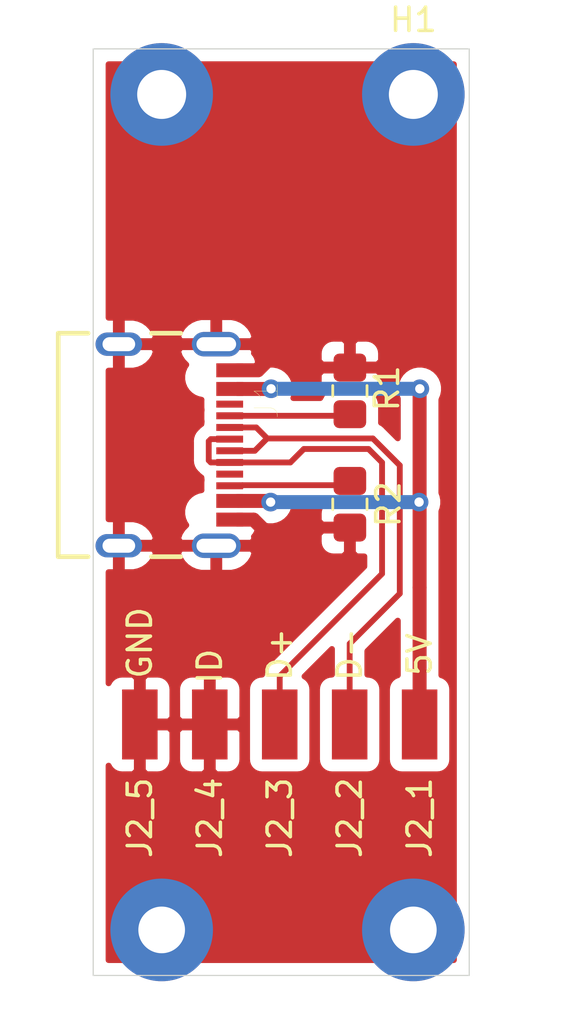
<source format=kicad_pcb>
(kicad_pcb (version 20171130) (host pcbnew "(5.1.10)-1")

  (general
    (thickness 1.6)
    (drawings 4)
    (tracks 48)
    (zones 0)
    (modules 12)
    (nets 9)
  )

  (page A4)
  (layers
    (0 F.Cu signal)
    (31 B.Cu signal)
    (32 B.Adhes user)
    (33 F.Adhes user)
    (34 B.Paste user)
    (35 F.Paste user)
    (36 B.SilkS user)
    (37 F.SilkS user)
    (38 B.Mask user)
    (39 F.Mask user)
    (40 Dwgs.User user)
    (41 Cmts.User user)
    (42 Eco1.User user)
    (43 Eco2.User user)
    (44 Edge.Cuts user)
    (45 Margin user)
    (46 B.CrtYd user)
    (47 F.CrtYd user)
    (48 B.Fab user)
    (49 F.Fab user)
  )

  (setup
    (last_trace_width 0.25)
    (user_trace_width 0.6)
    (trace_clearance 0.2)
    (zone_clearance 0.508)
    (zone_45_only no)
    (trace_min 0.2)
    (via_size 0.8)
    (via_drill 0.4)
    (via_min_size 0.4)
    (via_min_drill 0.3)
    (uvia_size 0.3)
    (uvia_drill 0.1)
    (uvias_allowed no)
    (uvia_min_size 0.2)
    (uvia_min_drill 0.1)
    (edge_width 0.05)
    (segment_width 0.2)
    (pcb_text_width 0.3)
    (pcb_text_size 1.5 1.5)
    (mod_edge_width 0.12)
    (mod_text_size 1 1)
    (mod_text_width 0.15)
    (pad_size 1.2 1.4)
    (pad_drill 0)
    (pad_to_mask_clearance 0)
    (aux_axis_origin 0 0)
    (grid_origin 130 51)
    (visible_elements 7FFFFFFF)
    (pcbplotparams
      (layerselection 0x0d0fc_ffffffff)
      (usegerberextensions false)
      (usegerberattributes true)
      (usegerberadvancedattributes true)
      (creategerberjobfile true)
      (excludeedgelayer true)
      (linewidth 0.100000)
      (plotframeref false)
      (viasonmask false)
      (mode 1)
      (useauxorigin false)
      (hpglpennumber 1)
      (hpglpenspeed 20)
      (hpglpendiameter 15.000000)
      (psnegative false)
      (psa4output false)
      (plotreference true)
      (plotvalue true)
      (plotinvisibletext false)
      (padsonsilk false)
      (subtractmaskfromsilk false)
      (outputformat 1)
      (mirror false)
      (drillshape 0)
      (scaleselection 1)
      (outputdirectory "Gerber/"))
  )

  (net 0 "")
  (net 1 "Net-(J1-PadB8)")
  (net 2 "Net-(J1-PadA5)")
  (net 3 "Net-(J1-PadA7)")
  (net 4 "Net-(J1-PadA6)")
  (net 5 "Net-(J1-PadA8)")
  (net 6 "Net-(J1-PadB5)")
  (net 7 GND)
  (net 8 "Net-(J1-PadA4/B9)")

  (net_class Default "This is the default net class."
    (clearance 0.2)
    (trace_width 0.25)
    (via_dia 0.8)
    (via_drill 0.4)
    (uvia_dia 0.3)
    (uvia_drill 0.1)
    (add_net GND)
    (add_net "Net-(J1-PadA4/B9)")
    (add_net "Net-(J1-PadA5)")
    (add_net "Net-(J1-PadA6)")
    (add_net "Net-(J1-PadA7)")
    (add_net "Net-(J1-PadA8)")
    (add_net "Net-(J1-PadB5)")
    (add_net "Net-(J1-PadB8)")
  )

  (module USB4105_REVA:GCT_USB4105_REVA locked (layer F.Cu) (tedit 60B58FCD) (tstamp 609120A9)
    (at 131.1 68.518 270)
    (path /60948E9E)
    (fp_text reference J1 (at -1.925 -6.335 270) (layer F.SilkS)
      (effects (font (size 1 1) (thickness 0.015)))
    )
    (fp_text value USB4105_REVA (at 5.06 3.665 270) (layer F.Fab)
      (effects (font (size 1 1) (thickness 0.015)))
    )
    (fp_text user PCB~EDGE (at 5.4 2.5 270) (layer F.Fab)
      (effects (font (size 0.32 0.32) (thickness 0.015)))
    )
    (fp_line (start 4.79 -2.65) (end 4.79 -1.4) (layer F.SilkS) (width 0.2))
    (fp_line (start -4.79 -2.65) (end -4.79 -1.4) (layer F.SilkS) (width 0.2))
    (fp_line (start 4.8 2.6) (end 8.4 2.6) (layer F.Fab) (width 0.1))
    (fp_line (start 5.1 -5.58) (end -5.1 -5.58) (layer F.CrtYd) (width 0.05))
    (fp_line (start 5.1 2.85) (end 5.1 -5.58) (layer F.CrtYd) (width 0.05))
    (fp_line (start -5.1 2.85) (end 5.1 2.85) (layer F.CrtYd) (width 0.05))
    (fp_line (start -5.1 -5.58) (end -5.1 2.85) (layer F.CrtYd) (width 0.05))
    (fp_line (start 4.79 2.6) (end 4.79 1.32) (layer F.SilkS) (width 0.2))
    (fp_line (start -4.79 2.6) (end 4.79 2.6) (layer F.SilkS) (width 0.2))
    (fp_line (start -4.79 1.32) (end -4.79 2.6) (layer F.SilkS) (width 0.2))
    (fp_line (start -4.79 2.6) (end -4.79 -4.93) (layer F.Fab) (width 0.1))
    (fp_line (start 4.79 2.6) (end -4.79 2.6) (layer F.Fab) (width 0.1))
    (fp_line (start 4.79 -4.93) (end 4.79 2.6) (layer F.Fab) (width 0.1))
    (fp_line (start -4.79 -4.93) (end 4.79 -4.93) (layer F.Fab) (width 0.1))
    (pad G1 thru_hole oval (at -4.32 0 270) (size 1 2) (drill oval 0.6 1.4) (layers *.Cu *.Mask)
      (net 7 GND))
    (pad G2 thru_hole oval (at 4.32 0 270) (size 1 2) (drill oval 0.6 1.4) (layers *.Cu *.Mask)
      (net 7 GND))
    (pad G3 thru_hole oval (at -4.32 -4.18 270) (size 1.05 2.1) (drill oval 0.6 1.7) (layers *.Cu *.Mask)
      (net 7 GND))
    (pad G4 thru_hole oval (at 4.32 -4.18 270) (size 1.05 2.1) (drill oval 0.6 1.7) (layers *.Cu *.Mask)
      (net 7 GND))
    (pad None np_thru_hole circle (at 2.89 -3.68 270) (size 0.65 0.65) (drill 0.65) (layers *.Cu *.Mask))
    (pad None np_thru_hole circle (at -2.89 -3.68 270) (size 0.65 0.65) (drill 0.65) (layers *.Cu *.Mask))
    (pad A1/B12 smd rect (at -3.2 -4.755 270) (size 0.6 1.15) (layers F.Cu F.Paste F.Mask)
      (net 7 GND))
    (pad B1/A12 smd rect (at 3.2 -4.755 270) (size 0.6 1.15) (layers F.Cu F.Paste F.Mask)
      (net 7 GND))
    (pad A4/B9 smd rect (at -2.4 -4.755 270) (size 0.6 1.15) (layers F.Cu F.Paste F.Mask)
      (net 8 "Net-(J1-PadA4/B9)"))
    (pad B4/A9 smd rect (at 2.4 -4.755 270) (size 0.6 1.15) (layers F.Cu F.Paste F.Mask)
      (net 8 "Net-(J1-PadA4/B9)"))
    (pad A7 smd rect (at 0.25 -4.755 270) (size 0.3 1.15) (layers F.Cu F.Paste F.Mask)
      (net 3 "Net-(J1-PadA7)"))
    (pad A6 smd rect (at -0.25 -4.755 270) (size 0.3 1.15) (layers F.Cu F.Paste F.Mask)
      (net 4 "Net-(J1-PadA6)"))
    (pad B6 smd rect (at 0.75 -4.755 270) (size 0.3 1.15) (layers F.Cu F.Paste F.Mask)
      (net 4 "Net-(J1-PadA6)"))
    (pad A8 smd rect (at 1.25 -4.755 270) (size 0.3 1.15) (layers F.Cu F.Paste F.Mask)
      (net 5 "Net-(J1-PadA8)"))
    (pad B5 smd rect (at 1.75 -4.755 270) (size 0.3 1.15) (layers F.Cu F.Paste F.Mask)
      (net 6 "Net-(J1-PadB5)"))
    (pad B7 smd rect (at -0.75 -4.755 270) (size 0.3 1.15) (layers F.Cu F.Paste F.Mask)
      (net 3 "Net-(J1-PadA7)"))
    (pad A5 smd rect (at -1.25 -4.755 270) (size 0.3 1.15) (layers F.Cu F.Paste F.Mask)
      (net 2 "Net-(J1-PadA5)"))
    (pad B8 smd rect (at -1.75 -4.755 270) (size 0.3 1.15) (layers F.Cu F.Paste F.Mask)
      (net 1 "Net-(J1-PadB8)"))
    (model ./USB4105.STEP
      (offset (xyz 0 1.5 0))
      (scale (xyz 1 1 1))
      (rotate (xyz -90 0 0))
    )
  )

  (module CustomPads:MountingHole_2.1mm_M2_Pad locked (layer F.Cu) (tedit 60A02A8E) (tstamp 6093AD2D)
    (at 132.937 53.4925)
    (descr "Mounting Hole 2.2mm, M2")
    (tags "mounting hole 2.2mm m2")
    (path /60944D3F)
    (zone_connect 2)
    (attr virtual)
    (fp_text reference H2 (at 0 -3.2) (layer F.SilkS) hide
      (effects (font (size 1 1) (thickness 0.15)))
    )
    (fp_text value MountingHole_Pad (at 0 3.2) (layer F.Fab)
      (effects (font (size 1 1) (thickness 0.15)))
    )
    (fp_circle (center 0 0) (end 2.45 0) (layer F.CrtYd) (width 0.05))
    (fp_circle (center 0 0) (end 2.2 0) (layer Cmts.User) (width 0.15))
    (fp_text user %R (at 0.3 0) (layer F.Fab) hide
      (effects (font (size 1 1) (thickness 0.15)))
    )
    (pad 1 thru_hole circle (at 0 0) (size 4.4 4.4) (drill 2.1) (layers *.Cu *.Mask)
      (net 7 GND) (zone_connect 2))
  )

  (module CustomPads:MountingHole_2.1mm_M2_Pad locked (layer F.Cu) (tedit 60A02A76) (tstamp 6093AD25)
    (at 143.732 53.4925)
    (descr "Mounting Hole 2.2mm, M2")
    (tags "mounting hole 2.2mm m2")
    (path /609434BD)
    (zone_connect 2)
    (attr virtual)
    (fp_text reference H1 (at 0 -3.2) (layer F.SilkS)
      (effects (font (size 1 1) (thickness 0.15)))
    )
    (fp_text value MountingHole_Pad (at 0 3.2) (layer F.Fab)
      (effects (font (size 1 1) (thickness 0.15)))
    )
    (fp_circle (center 0 0) (end 2.45 0) (layer F.CrtYd) (width 0.05))
    (fp_circle (center 0 0) (end 2.2 0) (layer Cmts.User) (width 0.15))
    (fp_text user %R (at 0.3 0) (layer F.Fab)
      (effects (font (size 1 1) (thickness 0.15)))
    )
    (pad 1 thru_hole circle (at 0 0) (size 4.4 4.4) (drill 2.1) (layers *.Cu *.Mask)
      (net 7 GND) (zone_connect 2))
  )

  (module CustomPads:MountingHole_2.1mm_M2_Pad locked (layer F.Cu) (tedit 60949189) (tstamp 6093AD3D)
    (at 143.732 89.3065)
    (descr "Mounting Hole 2.2mm, M2")
    (tags "mounting hole 2.2mm m2")
    (path /6094575F)
    (zone_connect 2)
    (attr virtual)
    (fp_text reference H4 (at 0 -3.2) (layer F.SilkS) hide
      (effects (font (size 1 1) (thickness 0.15)))
    )
    (fp_text value MountingHole_Pad (at 0 3.2) (layer F.Fab)
      (effects (font (size 1 1) (thickness 0.15)))
    )
    (fp_circle (center 0 0) (end 2.45 0) (layer F.CrtYd) (width 0.05))
    (fp_circle (center 0 0) (end 2.2 0) (layer Cmts.User) (width 0.15))
    (fp_text user %R (at 0.3 0) (layer F.Fab)
      (effects (font (size 1 1) (thickness 0.15)))
    )
    (pad 1 thru_hole circle (at 0 0) (size 4.4 4.4) (drill 2) (layers *.Cu *.Mask)
      (net 7 GND) (zone_connect 2))
  )

  (module CustomPads:MountingHole_2.1mm_M2_Pad locked (layer F.Cu) (tedit 60949189) (tstamp 6093AD35)
    (at 132.937 89.3065)
    (descr "Mounting Hole 2.2mm, M2")
    (tags "mounting hole 2.2mm m2")
    (path /609451F5)
    (zone_connect 2)
    (attr virtual)
    (fp_text reference H3 (at 0 -3.2) (layer F.SilkS) hide
      (effects (font (size 1 1) (thickness 0.15)))
    )
    (fp_text value MountingHole_Pad (at 0 3.2) (layer F.Fab)
      (effects (font (size 1 1) (thickness 0.15)))
    )
    (fp_circle (center 0 0) (end 2.45 0) (layer F.CrtYd) (width 0.05))
    (fp_circle (center 0 0) (end 2.2 0) (layer Cmts.User) (width 0.15))
    (fp_text user %R (at 0.3 0) (layer F.Fab)
      (effects (font (size 1 1) (thickness 0.15)))
    )
    (pad 1 thru_hole circle (at 0 0) (size 4.4 4.4) (drill 2) (layers *.Cu *.Mask)
      (net 7 GND) (zone_connect 2))
  )

  (module CustomPads:SolderPad1.5x3mm locked (layer F.Cu) (tedit 609333F7) (tstamp 609119F2)
    (at 130 79.5 90)
    (path /6090EF47)
    (attr smd)
    (fp_text reference J2_5 (at -5 2 90) (layer F.SilkS)
      (effects (font (size 1 1) (thickness 0.15)))
    )
    (fp_text value GND (at 2.5 2 90) (layer F.SilkS)
      (effects (font (size 1 1) (thickness 0.15)))
    )
    (fp_line (start -2.6 1.1) (end 0.6 1.1) (layer F.CrtYd) (width 0.12))
    (fp_line (start 0.6 1.1) (end 0.6 2.9) (layer F.CrtYd) (width 0.12))
    (fp_line (start 0.6 2.9) (end -2.6 2.9) (layer F.CrtYd) (width 0.12))
    (fp_line (start -2.6 2.9) (end -2.6 1.1) (layer F.CrtYd) (width 0.12))
    (pad 1 smd rect (at -1 2 90) (size 3 1.524) (layers F.Cu F.Paste F.Mask)
      (net 7 GND))
  )

  (module CustomPads:SolderPad1.5x3mm locked (layer F.Cu) (tedit 609333F7) (tstamp 6092625E)
    (at 133 79.5 90)
    (path /6092112A)
    (attr smd)
    (fp_text reference J2_4 (at -5 2 90) (layer F.SilkS)
      (effects (font (size 1 1) (thickness 0.15)))
    )
    (fp_text value ID (at 1.5 2 90) (layer F.SilkS)
      (effects (font (size 1 1) (thickness 0.15)))
    )
    (fp_line (start -2.6 1.1) (end 0.6 1.1) (layer F.CrtYd) (width 0.12))
    (fp_line (start 0.6 1.1) (end 0.6 2.9) (layer F.CrtYd) (width 0.12))
    (fp_line (start 0.6 2.9) (end -2.6 2.9) (layer F.CrtYd) (width 0.12))
    (fp_line (start -2.6 2.9) (end -2.6 1.1) (layer F.CrtYd) (width 0.12))
    (pad 1 smd rect (at -1 2 90) (size 3 1.524) (layers F.Cu F.Paste F.Mask)
      (net 7 GND))
  )

  (module CustomPads:SolderPad1.5x3mm locked (layer F.Cu) (tedit 609333F7) (tstamp 609119D4)
    (at 140 81.5 270)
    (path /6090E936)
    (attr smd)
    (fp_text reference J2_3 (at 3 2 90) (layer F.SilkS)
      (effects (font (size 1 1) (thickness 0.15)))
    )
    (fp_text value D+ (at -4 2 90) (layer F.SilkS)
      (effects (font (size 1 1) (thickness 0.15)))
    )
    (fp_line (start -2.6 1.1) (end 0.6 1.1) (layer F.CrtYd) (width 0.12))
    (fp_line (start 0.6 1.1) (end 0.6 2.9) (layer F.CrtYd) (width 0.12))
    (fp_line (start 0.6 2.9) (end -2.6 2.9) (layer F.CrtYd) (width 0.12))
    (fp_line (start -2.6 2.9) (end -2.6 1.1) (layer F.CrtYd) (width 0.12))
    (pad 1 smd rect (at -1 2 270) (size 3 1.524) (layers F.Cu F.Paste F.Mask)
      (net 4 "Net-(J1-PadA6)"))
  )

  (module CustomPads:SolderPad1.5x3mm locked (layer F.Cu) (tedit 609333F7) (tstamp 609119B6)
    (at 139 79.5 90)
    (path /6090E049)
    (attr smd)
    (fp_text reference J2_2 (at -5 2 90) (layer F.SilkS)
      (effects (font (size 1 1) (thickness 0.15)))
    )
    (fp_text value D- (at 2 2 90) (layer F.SilkS)
      (effects (font (size 1 1) (thickness 0.15)))
    )
    (fp_line (start -2.6 1.1) (end 0.6 1.1) (layer F.CrtYd) (width 0.12))
    (fp_line (start 0.6 1.1) (end 0.6 2.9) (layer F.CrtYd) (width 0.12))
    (fp_line (start 0.6 2.9) (end -2.6 2.9) (layer F.CrtYd) (width 0.12))
    (fp_line (start -2.6 2.9) (end -2.6 1.1) (layer F.CrtYd) (width 0.12))
    (pad 1 smd rect (at -1 2 90) (size 3 1.524) (layers F.Cu F.Paste F.Mask)
      (net 3 "Net-(J1-PadA7)"))
  )

  (module CustomPads:SolderPad1.5x3mm locked (layer F.Cu) (tedit 60936A08) (tstamp 60911998)
    (at 146 81.5 270)
    (path /6090D8C8)
    (attr smd)
    (fp_text reference J2_1 (at 3 2 90) (layer F.SilkS)
      (effects (font (size 1 1) (thickness 0.15)))
    )
    (fp_text value 5V (at -4 2 90) (layer F.SilkS)
      (effects (font (size 1 1) (thickness 0.15)))
    )
    (fp_line (start -2.6 1.1) (end 0.6 1.1) (layer F.CrtYd) (width 0.12))
    (fp_line (start 0.6 1.1) (end 0.6 2.9) (layer F.CrtYd) (width 0.12))
    (fp_line (start 0.6 2.9) (end -2.6 2.9) (layer F.CrtYd) (width 0.12))
    (fp_line (start -2.6 2.9) (end -2.6 1.1) (layer F.CrtYd) (width 0.12))
    (pad 1 smd rect (at -1 2 270) (size 3 1.524) (layers F.Cu F.Paste F.Mask)
      (net 8 "Net-(J1-PadA4/B9)"))
  )

  (module Resistor_SMD:R_0805_2012Metric_Pad1.20x1.40mm_HandSolder (layer F.Cu) (tedit 5F68FEEE) (tstamp 60911A14)
    (at 141.01 71.06 270)
    (descr "Resistor SMD 0805 (2012 Metric), square (rectangular) end terminal, IPC_7351 nominal with elongated pad for handsoldering. (Body size source: IPC-SM-782 page 72, https://www.pcb-3d.com/wordpress/wp-content/uploads/ipc-sm-782a_amendment_1_and_2.pdf), generated with kicad-footprint-generator")
    (tags "resistor handsolder")
    (path /60911633)
    (attr smd)
    (fp_text reference R2 (at 0 -1.65 90) (layer F.SilkS)
      (effects (font (size 1 1) (thickness 0.15)))
    )
    (fp_text value "5.1 KΩ" (at 0 1.65 90) (layer F.Fab)
      (effects (font (size 1 1) (thickness 0.15)))
    )
    (fp_line (start -1 0.625) (end -1 -0.625) (layer F.Fab) (width 0.1))
    (fp_line (start -1 -0.625) (end 1 -0.625) (layer F.Fab) (width 0.1))
    (fp_line (start 1 -0.625) (end 1 0.625) (layer F.Fab) (width 0.1))
    (fp_line (start 1 0.625) (end -1 0.625) (layer F.Fab) (width 0.1))
    (fp_line (start -0.227064 -0.735) (end 0.227064 -0.735) (layer F.SilkS) (width 0.12))
    (fp_line (start -0.227064 0.735) (end 0.227064 0.735) (layer F.SilkS) (width 0.12))
    (fp_line (start -1.85 0.95) (end -1.85 -0.95) (layer F.CrtYd) (width 0.05))
    (fp_line (start -1.85 -0.95) (end 1.85 -0.95) (layer F.CrtYd) (width 0.05))
    (fp_line (start 1.85 -0.95) (end 1.85 0.95) (layer F.CrtYd) (width 0.05))
    (fp_line (start 1.85 0.95) (end -1.85 0.95) (layer F.CrtYd) (width 0.05))
    (pad 2 smd roundrect (at 1 0 270) (size 1.2 1.4) (layers F.Cu F.Paste F.Mask) (roundrect_rratio 0.2083325)
      (net 7 GND))
    (pad 1 smd roundrect (at -1 0 270) (size 1.2 1.4) (layers F.Cu F.Paste F.Mask) (roundrect_rratio 0.2083325)
      (net 6 "Net-(J1-PadB5)"))
    (model ${KISYS3DMOD}/Resistor_SMD.3dshapes/R_0805_2012Metric.wrl
      (at (xyz 0 0 0))
      (scale (xyz 1 1 1))
      (rotate (xyz 0 0 0))
    )
  )

  (module Resistor_SMD:R_0805_2012Metric_Pad1.20x1.40mm_HandSolder (layer F.Cu) (tedit 5F68FEEE) (tstamp 60911A03)
    (at 141.01 66.2 90)
    (descr "Resistor SMD 0805 (2012 Metric), square (rectangular) end terminal, IPC_7351 nominal with elongated pad for handsoldering. (Body size source: IPC-SM-782 page 72, https://www.pcb-3d.com/wordpress/wp-content/uploads/ipc-sm-782a_amendment_1_and_2.pdf), generated with kicad-footprint-generator")
    (tags "resistor handsolder")
    (path /60910E8C)
    (attr smd)
    (fp_text reference R1 (at 0.11 1.59 90) (layer F.SilkS)
      (effects (font (size 1 1) (thickness 0.15)))
    )
    (fp_text value "5.1 K Ω" (at 0 1.65 90) (layer F.Fab)
      (effects (font (size 1 1) (thickness 0.15)))
    )
    (fp_line (start -1 0.625) (end -1 -0.625) (layer F.Fab) (width 0.1))
    (fp_line (start -1 -0.625) (end 1 -0.625) (layer F.Fab) (width 0.1))
    (fp_line (start 1 -0.625) (end 1 0.625) (layer F.Fab) (width 0.1))
    (fp_line (start 1 0.625) (end -1 0.625) (layer F.Fab) (width 0.1))
    (fp_line (start -0.227064 -0.735) (end 0.227064 -0.735) (layer F.SilkS) (width 0.12))
    (fp_line (start -0.227064 0.735) (end 0.227064 0.735) (layer F.SilkS) (width 0.12))
    (fp_line (start -1.85 0.95) (end -1.85 -0.95) (layer F.CrtYd) (width 0.05))
    (fp_line (start -1.85 -0.95) (end 1.85 -0.95) (layer F.CrtYd) (width 0.05))
    (fp_line (start 1.85 -0.95) (end 1.85 0.95) (layer F.CrtYd) (width 0.05))
    (fp_line (start 1.85 0.95) (end -1.85 0.95) (layer F.CrtYd) (width 0.05))
    (fp_text user %R (at 0 0 90) (layer F.Fab)
      (effects (font (size 0.5 0.5) (thickness 0.08)))
    )
    (pad 2 smd roundrect (at 1 0 90) (size 1.2 1.4) (layers F.Cu F.Paste F.Mask) (roundrect_rratio 0.2083325)
      (net 7 GND))
    (pad 1 smd roundrect (at -1 0 90) (size 1.2 1.4) (layers F.Cu F.Paste F.Mask) (roundrect_rratio 0.2083325)
      (net 2 "Net-(J1-PadA5)"))
    (model ${KISYS3DMOD}/Resistor_SMD.3dshapes/R_0805_2012Metric.wrl
      (at (xyz 0 0 0))
      (scale (xyz 1 1 1))
      (rotate (xyz 0 0 0))
    )
  )

  (gr_line (start 146.129 51.54) (end 146.129 91.259) (layer Edge.Cuts) (width 0.05) (tstamp 60939FB1))
  (gr_line (start 130 91.259) (end 146.129 91.259) (layer Edge.Cuts) (width 0.05))
  (gr_line (start 130 51.54) (end 146.129 51.54) (layer Edge.Cuts) (width 0.05))
  (gr_line (start 130 51.54) (end 130 91.259) (layer Edge.Cuts) (width 0.05))

  (segment (start 140.942 67.268) (end 136.185 67.268) (width 0.25) (layer F.Cu) (net 2))
  (segment (start 141.01 67.2) (end 140.942 67.268) (width 0.25) (layer F.Cu) (net 2))
  (segment (start 136.995002 67.768) (end 136.185 67.768) (width 0.25) (layer F.Cu) (net 3))
  (segment (start 137.467002 68.24) (end 136.995002 67.768) (width 0.25) (layer F.Cu) (net 3))
  (segment (start 137.46 68.24) (end 136.932 68.768) (width 0.25) (layer F.Cu) (net 3))
  (segment (start 136.932 68.768) (end 136.185 68.768) (width 0.25) (layer F.Cu) (net 3))
  (segment (start 137.467002 68.24) (end 137.46 68.24) (width 0.25) (layer F.Cu) (net 3))
  (segment (start 141 77.04) (end 141 80.5) (width 0.25) (layer F.Cu) (net 3))
  (segment (start 143.15 74.89) (end 141 77.04) (width 0.25) (layer F.Cu) (net 3))
  (segment (start 141.99641 68.24) (end 143.15 69.39359) (width 0.25) (layer F.Cu) (net 3))
  (segment (start 137.467002 68.24) (end 141.99641 68.24) (width 0.25) (layer F.Cu) (net 3))
  (segment (start 143.15 74.89) (end 143.15 69.39359) (width 0.25) (layer F.Cu) (net 3))
  (segment (start 142.39 69.27) (end 141.81001 68.69001) (width 0.25) (layer F.Cu) (net 4))
  (segment (start 138 78.43) (end 142.39 74.04) (width 0.25) (layer F.Cu) (net 4))
  (segment (start 141.81001 68.69001) (end 139.03599 68.69001) (width 0.25) (layer F.Cu) (net 4))
  (segment (start 138 80.5) (end 138 78.43) (width 0.25) (layer F.Cu) (net 4))
  (segment (start 139.03599 68.69001) (end 138.458 69.268) (width 0.25) (layer F.Cu) (net 4))
  (segment (start 136.185 69.268) (end 138.458 69.268) (width 0.25) (layer F.Cu) (net 4))
  (segment (start 142.39 74.04) (end 142.39 69.27) (width 0.25) (layer F.Cu) (net 4))
  (segment (start 135.044998 68.268) (end 135.855 68.268) (width 0.25) (layer F.Cu) (net 4))
  (segment (start 134.954999 68.357999) (end 135.044998 68.268) (width 0.25) (layer F.Cu) (net 4))
  (segment (start 134.954999 69.178001) (end 134.954999 68.357999) (width 0.25) (layer F.Cu) (net 4))
  (segment (start 135.044998 69.268) (end 134.954999 69.178001) (width 0.25) (layer F.Cu) (net 4))
  (segment (start 135.855 69.268) (end 135.044998 69.268) (width 0.25) (layer F.Cu) (net 4))
  (segment (start 136.396999 70.243001) (end 140.826999 70.243001) (width 0.25) (layer F.Cu) (net 6))
  (segment (start 140.826999 70.243001) (end 141.01 70.06) (width 0.25) (layer F.Cu) (net 6))
  (segment (start 136.372 70.268) (end 136.396999 70.243001) (width 0.25) (layer F.Cu) (net 6))
  (segment (start 136.185 70.268) (end 136.372 70.268) (width 0.25) (layer F.Cu) (net 6))
  (segment (start 136.192 71.56) (end 136.185 71.553) (width 0.25) (layer F.Cu) (net 7))
  (segment (start 136.185 65.318) (end 137.062 65.318) (width 0.6) (layer F.Cu) (net 7))
  (segment (start 137.062 65.318) (end 137.66 64.72) (width 0.6) (layer F.Cu) (net 7))
  (segment (start 136.185 71.718) (end 136.878 71.718) (width 0.6) (layer F.Cu) (net 7))
  (segment (start 136.878 71.718) (end 137.83 72.67) (width 0.6) (layer F.Cu) (net 7))
  (segment (start 144 74.63) (end 143.91 74.54) (width 0.25) (layer F.Cu) (net 8))
  (segment (start 144 80.5) (end 144 74.63) (width 0.6) (layer F.Cu) (net 8))
  (via (at 137.61 70.968001) (size 0.8) (drill 0.4) (layers F.Cu B.Cu) (net 8))
  (segment (start 137.648001 70.968001) (end 137.61 70.968001) (width 0.6) (layer B.Cu) (net 8))
  (segment (start 137.559999 70.918) (end 137.61 70.968001) (width 0.6) (layer F.Cu) (net 8))
  (segment (start 136.185 70.918) (end 137.559999 70.918) (width 0.6) (layer F.Cu) (net 8))
  (via (at 144.01 66.11) (size 0.8) (drill 0.4) (layers F.Cu B.Cu) (net 8))
  (segment (start 144.01 66.11) (end 137.63 66.11) (width 0.6) (layer B.Cu) (net 8))
  (via (at 137.63 66.11) (size 0.8) (drill 0.4) (layers F.Cu B.Cu) (net 8))
  (segment (start 137.622 66.118) (end 137.63 66.11) (width 0.6) (layer F.Cu) (net 8))
  (segment (start 136.185 66.118) (end 137.622 66.118) (width 0.6) (layer F.Cu) (net 8))
  (segment (start 137.61 70.968001) (end 143.978001 70.968001) (width 0.6) (layer B.Cu) (net 8))
  (via (at 143.978001 70.968001) (size 0.8) (drill 0.4) (layers F.Cu B.Cu) (net 8))
  (segment (start 144 66.12) (end 144.01 66.11) (width 0.6) (layer F.Cu) (net 8))
  (segment (start 144 74.63) (end 144 66.12) (width 0.6) (layer F.Cu) (net 8))

  (zone (net 7) (net_name GND) (layer F.Cu) (tstamp 60A2F3E4) (hatch edge 0.508)
    (connect_pads (clearance 0.508))
    (min_thickness 0.254)
    (fill yes (arc_segments 32) (thermal_gap 0.508) (thermal_bridge_width 0.508))
    (polygon
      (pts
        (xy 146.13 91.27) (xy 146.11 91.26) (xy 146.12 91.26) (xy 130 91.25) (xy 130 51.54)
        (xy 146.13 51.54)
      )
    )
    (filled_polygon
      (pts
        (xy 145.469001 90.599) (xy 130.66 90.599) (xy 130.66 82.265698) (xy 130.707463 82.354494) (xy 130.786815 82.451185)
        (xy 130.883506 82.530537) (xy 130.99382 82.589502) (xy 131.113518 82.625812) (xy 131.238 82.638072) (xy 131.71425 82.635)
        (xy 131.873 82.47625) (xy 131.873 80.627) (xy 132.127 80.627) (xy 132.127 82.47625) (xy 132.28575 82.635)
        (xy 132.762 82.638072) (xy 132.886482 82.625812) (xy 133.00618 82.589502) (xy 133.116494 82.530537) (xy 133.213185 82.451185)
        (xy 133.292537 82.354494) (xy 133.351502 82.24418) (xy 133.387812 82.124482) (xy 133.400072 82) (xy 133.599928 82)
        (xy 133.612188 82.124482) (xy 133.648498 82.24418) (xy 133.707463 82.354494) (xy 133.786815 82.451185) (xy 133.883506 82.530537)
        (xy 133.99382 82.589502) (xy 134.113518 82.625812) (xy 134.238 82.638072) (xy 134.71425 82.635) (xy 134.873 82.47625)
        (xy 134.873 80.627) (xy 135.127 80.627) (xy 135.127 82.47625) (xy 135.28575 82.635) (xy 135.762 82.638072)
        (xy 135.886482 82.625812) (xy 136.00618 82.589502) (xy 136.116494 82.530537) (xy 136.213185 82.451185) (xy 136.292537 82.354494)
        (xy 136.351502 82.24418) (xy 136.387812 82.124482) (xy 136.400072 82) (xy 136.397 80.78575) (xy 136.23825 80.627)
        (xy 135.127 80.627) (xy 134.873 80.627) (xy 133.76175 80.627) (xy 133.603 80.78575) (xy 133.599928 82)
        (xy 133.400072 82) (xy 133.397 80.78575) (xy 133.23825 80.627) (xy 132.127 80.627) (xy 131.873 80.627)
        (xy 131.853 80.627) (xy 131.853 80.373) (xy 131.873 80.373) (xy 131.873 78.52375) (xy 132.127 78.52375)
        (xy 132.127 80.373) (xy 133.23825 80.373) (xy 133.397 80.21425) (xy 133.400072 79) (xy 133.599928 79)
        (xy 133.603 80.21425) (xy 133.76175 80.373) (xy 134.873 80.373) (xy 134.873 78.52375) (xy 135.127 78.52375)
        (xy 135.127 80.373) (xy 136.23825 80.373) (xy 136.397 80.21425) (xy 136.400072 79) (xy 136.387812 78.875518)
        (xy 136.351502 78.75582) (xy 136.292537 78.645506) (xy 136.213185 78.548815) (xy 136.116494 78.469463) (xy 136.00618 78.410498)
        (xy 135.886482 78.374188) (xy 135.762 78.361928) (xy 135.28575 78.365) (xy 135.127 78.52375) (xy 134.873 78.52375)
        (xy 134.71425 78.365) (xy 134.238 78.361928) (xy 134.113518 78.374188) (xy 133.99382 78.410498) (xy 133.883506 78.469463)
        (xy 133.786815 78.548815) (xy 133.707463 78.645506) (xy 133.648498 78.75582) (xy 133.612188 78.875518) (xy 133.599928 79)
        (xy 133.400072 79) (xy 133.387812 78.875518) (xy 133.351502 78.75582) (xy 133.292537 78.645506) (xy 133.213185 78.548815)
        (xy 133.116494 78.469463) (xy 133.00618 78.410498) (xy 132.886482 78.374188) (xy 132.762 78.361928) (xy 132.28575 78.365)
        (xy 132.127 78.52375) (xy 131.873 78.52375) (xy 131.71425 78.365) (xy 131.238 78.361928) (xy 131.113518 78.374188)
        (xy 130.99382 78.410498) (xy 130.883506 78.469463) (xy 130.786815 78.548815) (xy 130.707463 78.645506) (xy 130.66 78.734302)
        (xy 130.66 73.973) (xy 130.973 73.973) (xy 130.973 72.965) (xy 131.227 72.965) (xy 131.227 73.973)
        (xy 131.727 73.973) (xy 131.945987 73.926415) (xy 132.151678 73.838003) (xy 132.336169 73.711161) (xy 132.492369 73.550764)
        (xy 132.614276 73.362976) (xy 132.69271 73.14381) (xy 133.636036 73.14381) (xy 133.719937 73.376864) (xy 133.844953 73.568441)
        (xy 134.004941 73.731947) (xy 134.193754 73.861099) (xy 134.404135 73.950934) (xy 134.628 73.998) (xy 135.153 73.998)
        (xy 135.153 72.965) (xy 135.407 72.965) (xy 135.407 73.998) (xy 135.932 73.998) (xy 136.155865 73.950934)
        (xy 136.366246 73.861099) (xy 136.555059 73.731947) (xy 136.715047 73.568441) (xy 136.840063 73.376864) (xy 136.923964 73.14381)
        (xy 136.798163 72.965) (xy 135.407 72.965) (xy 135.153 72.965) (xy 133.761837 72.965) (xy 133.636036 73.14381)
        (xy 132.69271 73.14381) (xy 132.694119 73.139874) (xy 132.567954 72.965) (xy 131.227 72.965) (xy 130.973 72.965)
        (xy 130.953 72.965) (xy 130.953 72.711) (xy 130.973 72.711) (xy 130.973 71.703) (xy 131.227 71.703)
        (xy 131.227 72.711) (xy 132.567954 72.711) (xy 132.694119 72.536126) (xy 132.614276 72.313024) (xy 132.492369 72.125236)
        (xy 132.336169 71.964839) (xy 132.151678 71.837997) (xy 131.945987 71.749585) (xy 131.727 71.703) (xy 131.227 71.703)
        (xy 130.973 71.703) (xy 130.66 71.703) (xy 130.66 65.333) (xy 130.973 65.333) (xy 130.973 64.325)
        (xy 131.227 64.325) (xy 131.227 65.333) (xy 131.727 65.333) (xy 131.945987 65.286415) (xy 132.151678 65.198003)
        (xy 132.336169 65.071161) (xy 132.492369 64.910764) (xy 132.614276 64.722976) (xy 132.69271 64.50381) (xy 133.636036 64.50381)
        (xy 133.719937 64.736864) (xy 133.844953 64.928441) (xy 133.992258 65.078985) (xy 133.929259 65.173269) (xy 133.856892 65.347978)
        (xy 133.82 65.533448) (xy 133.82 65.722552) (xy 133.856892 65.908022) (xy 133.929259 66.082731) (xy 134.034319 66.239964)
        (xy 134.168036 66.373681) (xy 134.325269 66.478741) (xy 134.499978 66.551108) (xy 134.645662 66.580086) (xy 134.641928 66.618)
        (xy 134.641928 66.918) (xy 134.651777 67.018) (xy 134.641928 67.118) (xy 134.641928 67.418) (xy 134.651777 67.518)
        (xy 134.641928 67.618) (xy 134.641928 67.621691) (xy 134.620722 67.633026) (xy 134.504997 67.727999) (xy 134.481194 67.757003)
        (xy 134.443997 67.7942) (xy 134.414999 67.817998) (xy 134.391201 67.846996) (xy 134.3912 67.846997) (xy 134.320025 67.933723)
        (xy 134.249453 68.065753) (xy 134.233605 68.118) (xy 134.205997 68.209013) (xy 134.194999 68.320666) (xy 134.194999 68.320677)
        (xy 134.191323 68.357999) (xy 134.194999 68.395321) (xy 134.194999 69.140679) (xy 134.191323 69.178001) (xy 134.194999 69.215323)
        (xy 134.194999 69.215333) (xy 134.205996 69.326986) (xy 134.243314 69.45001) (xy 134.249453 69.470247) (xy 134.320025 69.602277)
        (xy 134.35987 69.650827) (xy 134.414998 69.718002) (xy 134.444002 69.741805) (xy 134.481194 69.778997) (xy 134.504997 69.808001)
        (xy 134.620722 69.902974) (xy 134.641928 69.914309) (xy 134.641928 69.918) (xy 134.651777 70.018) (xy 134.641928 70.118)
        (xy 134.641928 70.418) (xy 134.645662 70.455914) (xy 134.499978 70.484892) (xy 134.325269 70.557259) (xy 134.168036 70.662319)
        (xy 134.034319 70.796036) (xy 133.929259 70.953269) (xy 133.856892 71.127978) (xy 133.82 71.313448) (xy 133.82 71.502552)
        (xy 133.856892 71.688022) (xy 133.929259 71.862731) (xy 133.992258 71.957015) (xy 133.844953 72.107559) (xy 133.719937 72.299136)
        (xy 133.636036 72.53219) (xy 133.761837 72.711) (xy 135.153 72.711) (xy 135.153 72.691) (xy 135.407 72.691)
        (xy 135.407 72.711) (xy 136.798163 72.711) (xy 136.834043 72.66) (xy 139.671928 72.66) (xy 139.684188 72.784482)
        (xy 139.720498 72.90418) (xy 139.779463 73.014494) (xy 139.858815 73.111185) (xy 139.955506 73.190537) (xy 140.06582 73.249502)
        (xy 140.185518 73.285812) (xy 140.31 73.298072) (xy 140.72425 73.295) (xy 140.883 73.13625) (xy 140.883 72.187)
        (xy 139.83375 72.187) (xy 139.675 72.34575) (xy 139.671928 72.66) (xy 136.834043 72.66) (xy 136.923964 72.53219)
        (xy 136.895154 72.452164) (xy 136.960537 72.372494) (xy 137.019502 72.26218) (xy 137.055812 72.142482) (xy 137.068072 72.018)
        (xy 137.065 72.00375) (xy 136.91425 71.853) (xy 137.071544 71.853) (xy 137.119744 71.885206) (xy 137.308102 71.963227)
        (xy 137.508061 72.003001) (xy 137.711939 72.003001) (xy 137.911898 71.963227) (xy 138.100256 71.885206) (xy 138.269774 71.771938)
        (xy 138.413937 71.627775) (xy 138.527205 71.458257) (xy 138.605226 71.269899) (xy 138.645 71.06994) (xy 138.645 71.003001)
        (xy 139.865899 71.003001) (xy 139.858815 71.008815) (xy 139.779463 71.105506) (xy 139.720498 71.21582) (xy 139.684188 71.335518)
        (xy 139.671928 71.46) (xy 139.675 71.77425) (xy 139.83375 71.933) (xy 140.883 71.933) (xy 140.883 71.913)
        (xy 141.137 71.913) (xy 141.137 71.933) (xy 141.157 71.933) (xy 141.157 72.187) (xy 141.137 72.187)
        (xy 141.137 73.13625) (xy 141.29575 73.295) (xy 141.63 73.297479) (xy 141.63 73.725198) (xy 137.488998 77.866201)
        (xy 137.46 77.889999) (xy 137.436202 77.918997) (xy 137.436201 77.918998) (xy 137.365026 78.005724) (xy 137.294454 78.137754)
        (xy 137.250998 78.281015) (xy 137.243029 78.361928) (xy 137.238 78.361928) (xy 137.113518 78.374188) (xy 136.99382 78.410498)
        (xy 136.883506 78.469463) (xy 136.786815 78.548815) (xy 136.707463 78.645506) (xy 136.648498 78.75582) (xy 136.612188 78.875518)
        (xy 136.599928 79) (xy 136.599928 82) (xy 136.612188 82.124482) (xy 136.648498 82.24418) (xy 136.707463 82.354494)
        (xy 136.786815 82.451185) (xy 136.883506 82.530537) (xy 136.99382 82.589502) (xy 137.113518 82.625812) (xy 137.238 82.638072)
        (xy 138.762 82.638072) (xy 138.886482 82.625812) (xy 139.00618 82.589502) (xy 139.116494 82.530537) (xy 139.213185 82.451185)
        (xy 139.292537 82.354494) (xy 139.351502 82.24418) (xy 139.387812 82.124482) (xy 139.400072 82) (xy 139.400072 79)
        (xy 139.387812 78.875518) (xy 139.351502 78.75582) (xy 139.292537 78.645506) (xy 139.213185 78.548815) (xy 139.116494 78.469463)
        (xy 139.063607 78.441194) (xy 140.24 77.264801) (xy 140.24 78.361928) (xy 140.238 78.361928) (xy 140.113518 78.374188)
        (xy 139.99382 78.410498) (xy 139.883506 78.469463) (xy 139.786815 78.548815) (xy 139.707463 78.645506) (xy 139.648498 78.75582)
        (xy 139.612188 78.875518) (xy 139.599928 79) (xy 139.599928 82) (xy 139.612188 82.124482) (xy 139.648498 82.24418)
        (xy 139.707463 82.354494) (xy 139.786815 82.451185) (xy 139.883506 82.530537) (xy 139.99382 82.589502) (xy 140.113518 82.625812)
        (xy 140.238 82.638072) (xy 141.762 82.638072) (xy 141.886482 82.625812) (xy 142.00618 82.589502) (xy 142.116494 82.530537)
        (xy 142.213185 82.451185) (xy 142.292537 82.354494) (xy 142.351502 82.24418) (xy 142.387812 82.124482) (xy 142.400072 82)
        (xy 142.400072 79) (xy 142.387812 78.875518) (xy 142.351502 78.75582) (xy 142.292537 78.645506) (xy 142.213185 78.548815)
        (xy 142.116494 78.469463) (xy 142.00618 78.410498) (xy 141.886482 78.374188) (xy 141.762 78.361928) (xy 141.76 78.361928)
        (xy 141.76 77.354801) (xy 143.065001 76.049801) (xy 143.065 78.388906) (xy 142.99382 78.410498) (xy 142.883506 78.469463)
        (xy 142.786815 78.548815) (xy 142.707463 78.645506) (xy 142.648498 78.75582) (xy 142.612188 78.875518) (xy 142.599928 79)
        (xy 142.599928 82) (xy 142.612188 82.124482) (xy 142.648498 82.24418) (xy 142.707463 82.354494) (xy 142.786815 82.451185)
        (xy 142.883506 82.530537) (xy 142.99382 82.589502) (xy 143.113518 82.625812) (xy 143.238 82.638072) (xy 144.762 82.638072)
        (xy 144.886482 82.625812) (xy 145.00618 82.589502) (xy 145.116494 82.530537) (xy 145.213185 82.451185) (xy 145.292537 82.354494)
        (xy 145.351502 82.24418) (xy 145.387812 82.124482) (xy 145.400072 82) (xy 145.400072 79) (xy 145.387812 78.875518)
        (xy 145.351502 78.75582) (xy 145.292537 78.645506) (xy 145.213185 78.548815) (xy 145.116494 78.469463) (xy 145.00618 78.410498)
        (xy 144.935 78.388906) (xy 144.935 71.362186) (xy 144.973227 71.269899) (xy 145.013001 71.06994) (xy 145.013001 70.866062)
        (xy 144.973227 70.666103) (xy 144.935 70.573816) (xy 144.935 66.581437) (xy 145.005226 66.411898) (xy 145.045 66.211939)
        (xy 145.045 66.008061) (xy 145.005226 65.808102) (xy 144.927205 65.619744) (xy 144.813937 65.450226) (xy 144.669774 65.306063)
        (xy 144.500256 65.192795) (xy 144.311898 65.114774) (xy 144.111939 65.075) (xy 143.908061 65.075) (xy 143.708102 65.114774)
        (xy 143.519744 65.192795) (xy 143.350226 65.306063) (xy 143.206063 65.450226) (xy 143.092795 65.619744) (xy 143.014774 65.808102)
        (xy 142.975 66.008061) (xy 142.975 66.211939) (xy 143.014774 66.411898) (xy 143.065001 66.533156) (xy 143.065001 68.233789)
        (xy 142.560214 67.729003) (xy 142.536411 67.699999) (xy 142.420686 67.605026) (xy 142.346555 67.565402) (xy 142.348072 67.550001)
        (xy 142.348072 66.849999) (xy 142.331008 66.676745) (xy 142.280472 66.510149) (xy 142.198405 66.356613) (xy 142.131724 66.275363)
        (xy 142.161185 66.251185) (xy 142.240537 66.154494) (xy 142.299502 66.04418) (xy 142.335812 65.924482) (xy 142.348072 65.8)
        (xy 142.345 65.48575) (xy 142.18625 65.327) (xy 141.137 65.327) (xy 141.137 65.347) (xy 140.883 65.347)
        (xy 140.883 65.327) (xy 139.83375 65.327) (xy 139.675 65.48575) (xy 139.671928 65.8) (xy 139.684188 65.924482)
        (xy 139.720498 66.04418) (xy 139.779463 66.154494) (xy 139.858815 66.251185) (xy 139.888276 66.275363) (xy 139.821595 66.356613)
        (xy 139.740677 66.508) (xy 138.585419 66.508) (xy 138.625226 66.411898) (xy 138.665 66.211939) (xy 138.665 66.008061)
        (xy 138.625226 65.808102) (xy 138.547205 65.619744) (xy 138.433937 65.450226) (xy 138.289774 65.306063) (xy 138.120256 65.192795)
        (xy 137.931898 65.114774) (xy 137.731939 65.075) (xy 137.528061 65.075) (xy 137.328102 65.114774) (xy 137.163391 65.183)
        (xy 136.91425 65.183) (xy 137.065 65.03225) (xy 137.068072 65.018) (xy 137.055812 64.893518) (xy 137.019502 64.77382)
        (xy 136.960537 64.663506) (xy 136.90842 64.6) (xy 139.671928 64.6) (xy 139.675 64.91425) (xy 139.83375 65.073)
        (xy 140.883 65.073) (xy 140.883 64.12375) (xy 141.137 64.12375) (xy 141.137 65.073) (xy 142.18625 65.073)
        (xy 142.345 64.91425) (xy 142.348072 64.6) (xy 142.335812 64.475518) (xy 142.299502 64.35582) (xy 142.240537 64.245506)
        (xy 142.161185 64.148815) (xy 142.064494 64.069463) (xy 141.95418 64.010498) (xy 141.834482 63.974188) (xy 141.71 63.961928)
        (xy 141.29575 63.965) (xy 141.137 64.12375) (xy 140.883 64.12375) (xy 140.72425 63.965) (xy 140.31 63.961928)
        (xy 140.185518 63.974188) (xy 140.06582 64.010498) (xy 139.955506 64.069463) (xy 139.858815 64.148815) (xy 139.779463 64.245506)
        (xy 139.720498 64.35582) (xy 139.684188 64.475518) (xy 139.671928 64.6) (xy 136.90842 64.6) (xy 136.895154 64.583836)
        (xy 136.923964 64.50381) (xy 136.798163 64.325) (xy 135.407 64.325) (xy 135.407 64.345) (xy 135.153 64.345)
        (xy 135.153 64.325) (xy 133.761837 64.325) (xy 133.636036 64.50381) (xy 132.69271 64.50381) (xy 132.694119 64.499874)
        (xy 132.567954 64.325) (xy 131.227 64.325) (xy 130.973 64.325) (xy 130.953 64.325) (xy 130.953 64.071)
        (xy 130.973 64.071) (xy 130.973 63.063) (xy 131.227 63.063) (xy 131.227 64.071) (xy 132.567954 64.071)
        (xy 132.694119 63.896126) (xy 132.692711 63.89219) (xy 133.636036 63.89219) (xy 133.761837 64.071) (xy 135.153 64.071)
        (xy 135.153 63.038) (xy 135.407 63.038) (xy 135.407 64.071) (xy 136.798163 64.071) (xy 136.923964 63.89219)
        (xy 136.840063 63.659136) (xy 136.715047 63.467559) (xy 136.555059 63.304053) (xy 136.366246 63.174901) (xy 136.155865 63.085066)
        (xy 135.932 63.038) (xy 135.407 63.038) (xy 135.153 63.038) (xy 134.628 63.038) (xy 134.404135 63.085066)
        (xy 134.193754 63.174901) (xy 134.004941 63.304053) (xy 133.844953 63.467559) (xy 133.719937 63.659136) (xy 133.636036 63.89219)
        (xy 132.692711 63.89219) (xy 132.614276 63.673024) (xy 132.492369 63.485236) (xy 132.336169 63.324839) (xy 132.151678 63.197997)
        (xy 131.945987 63.109585) (xy 131.727 63.063) (xy 131.227 63.063) (xy 130.973 63.063) (xy 130.66 63.063)
        (xy 130.66 52.2) (xy 145.469 52.2)
      )
    )
  )
)

</source>
